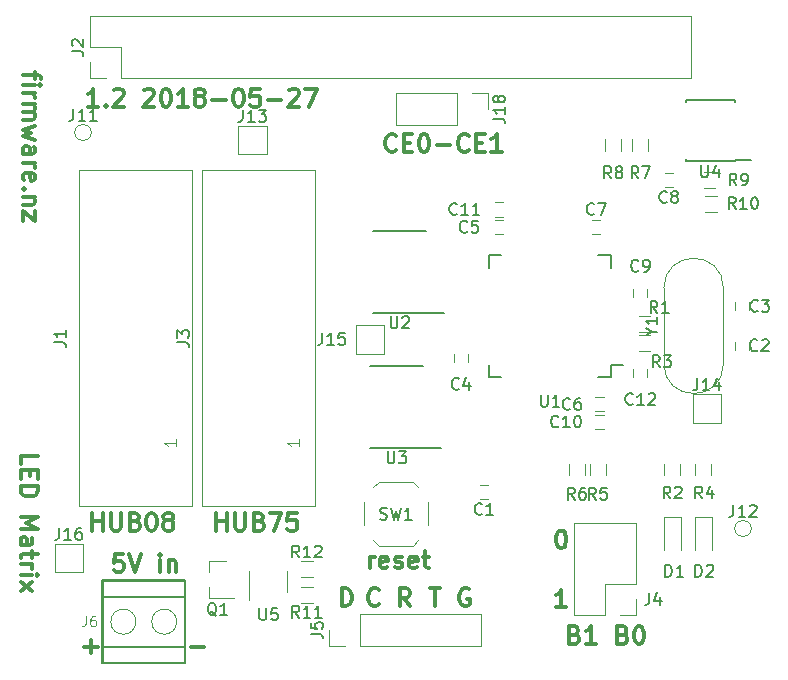
<source format=gto>
G04 #@! TF.FileFunction,Legend,Top*
%FSLAX46Y46*%
G04 Gerber Fmt 4.6, Leading zero omitted, Abs format (unit mm)*
G04 Created by KiCad (PCBNEW 4.0.7-e2-6376~58~ubuntu16.04.1) date Sun May 27 17:23:26 2018*
%MOMM*%
%LPD*%
G01*
G04 APERTURE LIST*
%ADD10C,0.100000*%
%ADD11C,0.300000*%
%ADD12C,0.120000*%
%ADD13C,0.150000*%
%ADD14C,0.066040*%
%ADD15C,0.127000*%
%ADD16C,0.063500*%
%ADD17C,0.101600*%
G04 APERTURE END LIST*
D10*
D11*
X134207144Y-98178571D02*
X133492858Y-98178571D01*
X133421429Y-98892857D01*
X133492858Y-98821429D01*
X133635715Y-98750000D01*
X133992858Y-98750000D01*
X134135715Y-98821429D01*
X134207144Y-98892857D01*
X134278572Y-99035714D01*
X134278572Y-99392857D01*
X134207144Y-99535714D01*
X134135715Y-99607143D01*
X133992858Y-99678571D01*
X133635715Y-99678571D01*
X133492858Y-99607143D01*
X133421429Y-99535714D01*
X134707143Y-98178571D02*
X135207143Y-99678571D01*
X135707143Y-98178571D01*
X137350000Y-99678571D02*
X137350000Y-98678571D01*
X137350000Y-98178571D02*
X137278571Y-98250000D01*
X137350000Y-98321429D01*
X137421428Y-98250000D01*
X137350000Y-98178571D01*
X137350000Y-98321429D01*
X138064286Y-98678571D02*
X138064286Y-99678571D01*
X138064286Y-98821429D02*
X138135714Y-98750000D01*
X138278572Y-98678571D01*
X138492857Y-98678571D01*
X138635714Y-98750000D01*
X138707143Y-98892857D01*
X138707143Y-99678571D01*
X139928572Y-106007143D02*
X141071429Y-106007143D01*
X130928572Y-106007143D02*
X132071429Y-106007143D01*
X131500000Y-106578571D02*
X131500000Y-105435714D01*
X163492857Y-101150000D02*
X163350000Y-101078571D01*
X163135714Y-101078571D01*
X162921429Y-101150000D01*
X162778571Y-101292857D01*
X162707143Y-101435714D01*
X162635714Y-101721429D01*
X162635714Y-101935714D01*
X162707143Y-102221429D01*
X162778571Y-102364286D01*
X162921429Y-102507143D01*
X163135714Y-102578571D01*
X163278571Y-102578571D01*
X163492857Y-102507143D01*
X163564286Y-102435714D01*
X163564286Y-101935714D01*
X163278571Y-101935714D01*
X160171429Y-101078571D02*
X161028572Y-101078571D01*
X160600001Y-102578571D02*
X160600001Y-101078571D01*
X158464286Y-102578571D02*
X157964286Y-101864286D01*
X157607143Y-102578571D02*
X157607143Y-101078571D01*
X158178571Y-101078571D01*
X158321429Y-101150000D01*
X158392857Y-101221429D01*
X158464286Y-101364286D01*
X158464286Y-101578571D01*
X158392857Y-101721429D01*
X158321429Y-101792857D01*
X158178571Y-101864286D01*
X157607143Y-101864286D01*
X155864286Y-102435714D02*
X155792857Y-102507143D01*
X155578571Y-102578571D01*
X155435714Y-102578571D01*
X155221429Y-102507143D01*
X155078571Y-102364286D01*
X155007143Y-102221429D01*
X154935714Y-101935714D01*
X154935714Y-101721429D01*
X155007143Y-101435714D01*
X155078571Y-101292857D01*
X155221429Y-101150000D01*
X155435714Y-101078571D01*
X155578571Y-101078571D01*
X155792857Y-101150000D01*
X155864286Y-101221429D01*
X152707143Y-102578571D02*
X152707143Y-101078571D01*
X153064286Y-101078571D01*
X153278571Y-101150000D01*
X153421429Y-101292857D01*
X153492857Y-101435714D01*
X153564286Y-101721429D01*
X153564286Y-101935714D01*
X153492857Y-102221429D01*
X153421429Y-102364286D01*
X153278571Y-102507143D01*
X153064286Y-102578571D01*
X152707143Y-102578571D01*
X126721429Y-57378571D02*
X126721429Y-57950000D01*
X125721429Y-57592857D02*
X127007143Y-57592857D01*
X127150000Y-57664285D01*
X127221429Y-57807143D01*
X127221429Y-57950000D01*
X125721429Y-58450000D02*
X126721429Y-58450000D01*
X127221429Y-58450000D02*
X127150000Y-58378571D01*
X127078571Y-58450000D01*
X127150000Y-58521428D01*
X127221429Y-58450000D01*
X127078571Y-58450000D01*
X125721429Y-59164286D02*
X126721429Y-59164286D01*
X126435714Y-59164286D02*
X126578571Y-59235714D01*
X126650000Y-59307143D01*
X126721429Y-59450000D01*
X126721429Y-59592857D01*
X125721429Y-60092857D02*
X126721429Y-60092857D01*
X126578571Y-60092857D02*
X126650000Y-60164285D01*
X126721429Y-60307143D01*
X126721429Y-60521428D01*
X126650000Y-60664285D01*
X126507143Y-60735714D01*
X125721429Y-60735714D01*
X126507143Y-60735714D02*
X126650000Y-60807143D01*
X126721429Y-60950000D01*
X126721429Y-61164285D01*
X126650000Y-61307143D01*
X126507143Y-61378571D01*
X125721429Y-61378571D01*
X126721429Y-61950000D02*
X125721429Y-62235714D01*
X126435714Y-62521428D01*
X125721429Y-62807143D01*
X126721429Y-63092857D01*
X125721429Y-64307143D02*
X126507143Y-64307143D01*
X126650000Y-64235714D01*
X126721429Y-64092857D01*
X126721429Y-63807143D01*
X126650000Y-63664286D01*
X125792857Y-64307143D02*
X125721429Y-64164286D01*
X125721429Y-63807143D01*
X125792857Y-63664286D01*
X125935714Y-63592857D01*
X126078571Y-63592857D01*
X126221429Y-63664286D01*
X126292857Y-63807143D01*
X126292857Y-64164286D01*
X126364286Y-64307143D01*
X125721429Y-65021429D02*
X126721429Y-65021429D01*
X126435714Y-65021429D02*
X126578571Y-65092857D01*
X126650000Y-65164286D01*
X126721429Y-65307143D01*
X126721429Y-65450000D01*
X125792857Y-66521428D02*
X125721429Y-66378571D01*
X125721429Y-66092857D01*
X125792857Y-65950000D01*
X125935714Y-65878571D01*
X126507143Y-65878571D01*
X126650000Y-65950000D01*
X126721429Y-66092857D01*
X126721429Y-66378571D01*
X126650000Y-66521428D01*
X126507143Y-66592857D01*
X126364286Y-66592857D01*
X126221429Y-65878571D01*
X125864286Y-67235714D02*
X125792857Y-67307142D01*
X125721429Y-67235714D01*
X125792857Y-67164285D01*
X125864286Y-67235714D01*
X125721429Y-67235714D01*
X126721429Y-67950000D02*
X125721429Y-67950000D01*
X126578571Y-67950000D02*
X126650000Y-68021428D01*
X126721429Y-68164286D01*
X126721429Y-68378571D01*
X126650000Y-68521428D01*
X126507143Y-68592857D01*
X125721429Y-68592857D01*
X126721429Y-69164286D02*
X126721429Y-69950000D01*
X125721429Y-69164286D01*
X125721429Y-69950000D01*
X155071429Y-99378571D02*
X155071429Y-98378571D01*
X155071429Y-98664286D02*
X155142857Y-98521429D01*
X155214286Y-98450000D01*
X155357143Y-98378571D01*
X155500000Y-98378571D01*
X156571428Y-99307143D02*
X156428571Y-99378571D01*
X156142857Y-99378571D01*
X156000000Y-99307143D01*
X155928571Y-99164286D01*
X155928571Y-98592857D01*
X156000000Y-98450000D01*
X156142857Y-98378571D01*
X156428571Y-98378571D01*
X156571428Y-98450000D01*
X156642857Y-98592857D01*
X156642857Y-98735714D01*
X155928571Y-98878571D01*
X157214285Y-99307143D02*
X157357142Y-99378571D01*
X157642857Y-99378571D01*
X157785714Y-99307143D01*
X157857142Y-99164286D01*
X157857142Y-99092857D01*
X157785714Y-98950000D01*
X157642857Y-98878571D01*
X157428571Y-98878571D01*
X157285714Y-98807143D01*
X157214285Y-98664286D01*
X157214285Y-98592857D01*
X157285714Y-98450000D01*
X157428571Y-98378571D01*
X157642857Y-98378571D01*
X157785714Y-98450000D01*
X159071428Y-99307143D02*
X158928571Y-99378571D01*
X158642857Y-99378571D01*
X158500000Y-99307143D01*
X158428571Y-99164286D01*
X158428571Y-98592857D01*
X158500000Y-98450000D01*
X158642857Y-98378571D01*
X158928571Y-98378571D01*
X159071428Y-98450000D01*
X159142857Y-98592857D01*
X159142857Y-98735714D01*
X158428571Y-98878571D01*
X159571428Y-98378571D02*
X160142857Y-98378571D01*
X159785714Y-97878571D02*
X159785714Y-99164286D01*
X159857142Y-99307143D01*
X160000000Y-99378571D01*
X160142857Y-99378571D01*
X171228572Y-96178571D02*
X171371429Y-96178571D01*
X171514286Y-96250000D01*
X171585715Y-96321429D01*
X171657144Y-96464286D01*
X171728572Y-96750000D01*
X171728572Y-97107143D01*
X171657144Y-97392857D01*
X171585715Y-97535714D01*
X171514286Y-97607143D01*
X171371429Y-97678571D01*
X171228572Y-97678571D01*
X171085715Y-97607143D01*
X171014286Y-97535714D01*
X170942858Y-97392857D01*
X170871429Y-97107143D01*
X170871429Y-96750000D01*
X170942858Y-96464286D01*
X171014286Y-96321429D01*
X171085715Y-96250000D01*
X171228572Y-96178571D01*
X171728572Y-102678571D02*
X170871429Y-102678571D01*
X171300001Y-102678571D02*
X171300001Y-101178571D01*
X171157144Y-101392857D01*
X171014286Y-101535714D01*
X170871429Y-101607143D01*
X172457144Y-104992857D02*
X172671430Y-105064286D01*
X172742858Y-105135714D01*
X172814287Y-105278571D01*
X172814287Y-105492857D01*
X172742858Y-105635714D01*
X172671430Y-105707143D01*
X172528572Y-105778571D01*
X171957144Y-105778571D01*
X171957144Y-104278571D01*
X172457144Y-104278571D01*
X172600001Y-104350000D01*
X172671430Y-104421429D01*
X172742858Y-104564286D01*
X172742858Y-104707143D01*
X172671430Y-104850000D01*
X172600001Y-104921429D01*
X172457144Y-104992857D01*
X171957144Y-104992857D01*
X174242858Y-105778571D02*
X173385715Y-105778571D01*
X173814287Y-105778571D02*
X173814287Y-104278571D01*
X173671430Y-104492857D01*
X173528572Y-104635714D01*
X173385715Y-104707143D01*
X176528572Y-104992857D02*
X176742858Y-105064286D01*
X176814286Y-105135714D01*
X176885715Y-105278571D01*
X176885715Y-105492857D01*
X176814286Y-105635714D01*
X176742858Y-105707143D01*
X176600000Y-105778571D01*
X176028572Y-105778571D01*
X176028572Y-104278571D01*
X176528572Y-104278571D01*
X176671429Y-104350000D01*
X176742858Y-104421429D01*
X176814286Y-104564286D01*
X176814286Y-104707143D01*
X176742858Y-104850000D01*
X176671429Y-104921429D01*
X176528572Y-104992857D01*
X176028572Y-104992857D01*
X177814286Y-104278571D02*
X177957143Y-104278571D01*
X178100000Y-104350000D01*
X178171429Y-104421429D01*
X178242858Y-104564286D01*
X178314286Y-104850000D01*
X178314286Y-105207143D01*
X178242858Y-105492857D01*
X178171429Y-105635714D01*
X178100000Y-105707143D01*
X177957143Y-105778571D01*
X177814286Y-105778571D01*
X177671429Y-105707143D01*
X177600000Y-105635714D01*
X177528572Y-105492857D01*
X177457143Y-105207143D01*
X177457143Y-104850000D01*
X177528572Y-104564286D01*
X177600000Y-104421429D01*
X177671429Y-104350000D01*
X177814286Y-104278571D01*
X125521429Y-90571429D02*
X125521429Y-89857143D01*
X127021429Y-89857143D01*
X126307143Y-91071429D02*
X126307143Y-91571429D01*
X125521429Y-91785715D02*
X125521429Y-91071429D01*
X127021429Y-91071429D01*
X127021429Y-91785715D01*
X125521429Y-92428572D02*
X127021429Y-92428572D01*
X127021429Y-92785715D01*
X126950000Y-93000000D01*
X126807143Y-93142858D01*
X126664286Y-93214286D01*
X126378571Y-93285715D01*
X126164286Y-93285715D01*
X125878571Y-93214286D01*
X125735714Y-93142858D01*
X125592857Y-93000000D01*
X125521429Y-92785715D01*
X125521429Y-92428572D01*
X125521429Y-95071429D02*
X127021429Y-95071429D01*
X125950000Y-95571429D01*
X127021429Y-96071429D01*
X125521429Y-96071429D01*
X125521429Y-97428572D02*
X126307143Y-97428572D01*
X126450000Y-97357143D01*
X126521429Y-97214286D01*
X126521429Y-96928572D01*
X126450000Y-96785715D01*
X125592857Y-97428572D02*
X125521429Y-97285715D01*
X125521429Y-96928572D01*
X125592857Y-96785715D01*
X125735714Y-96714286D01*
X125878571Y-96714286D01*
X126021429Y-96785715D01*
X126092857Y-96928572D01*
X126092857Y-97285715D01*
X126164286Y-97428572D01*
X126521429Y-97928572D02*
X126521429Y-98500001D01*
X127021429Y-98142858D02*
X125735714Y-98142858D01*
X125592857Y-98214286D01*
X125521429Y-98357144D01*
X125521429Y-98500001D01*
X125521429Y-99000001D02*
X126521429Y-99000001D01*
X126235714Y-99000001D02*
X126378571Y-99071429D01*
X126450000Y-99142858D01*
X126521429Y-99285715D01*
X126521429Y-99428572D01*
X125521429Y-99928572D02*
X126521429Y-99928572D01*
X127021429Y-99928572D02*
X126950000Y-99857143D01*
X126878571Y-99928572D01*
X126950000Y-100000000D01*
X127021429Y-99928572D01*
X126878571Y-99928572D01*
X125521429Y-100500001D02*
X126521429Y-101285715D01*
X126521429Y-100500001D02*
X125521429Y-101285715D01*
X157320001Y-63985714D02*
X157248572Y-64057143D01*
X157034286Y-64128571D01*
X156891429Y-64128571D01*
X156677144Y-64057143D01*
X156534286Y-63914286D01*
X156462858Y-63771429D01*
X156391429Y-63485714D01*
X156391429Y-63271429D01*
X156462858Y-62985714D01*
X156534286Y-62842857D01*
X156677144Y-62700000D01*
X156891429Y-62628571D01*
X157034286Y-62628571D01*
X157248572Y-62700000D01*
X157320001Y-62771429D01*
X157962858Y-63342857D02*
X158462858Y-63342857D01*
X158677144Y-64128571D02*
X157962858Y-64128571D01*
X157962858Y-62628571D01*
X158677144Y-62628571D01*
X159605715Y-62628571D02*
X159748572Y-62628571D01*
X159891429Y-62700000D01*
X159962858Y-62771429D01*
X160034287Y-62914286D01*
X160105715Y-63200000D01*
X160105715Y-63557143D01*
X160034287Y-63842857D01*
X159962858Y-63985714D01*
X159891429Y-64057143D01*
X159748572Y-64128571D01*
X159605715Y-64128571D01*
X159462858Y-64057143D01*
X159391429Y-63985714D01*
X159320001Y-63842857D01*
X159248572Y-63557143D01*
X159248572Y-63200000D01*
X159320001Y-62914286D01*
X159391429Y-62771429D01*
X159462858Y-62700000D01*
X159605715Y-62628571D01*
X160748572Y-63557143D02*
X161891429Y-63557143D01*
X163462858Y-63985714D02*
X163391429Y-64057143D01*
X163177143Y-64128571D01*
X163034286Y-64128571D01*
X162820001Y-64057143D01*
X162677143Y-63914286D01*
X162605715Y-63771429D01*
X162534286Y-63485714D01*
X162534286Y-63271429D01*
X162605715Y-62985714D01*
X162677143Y-62842857D01*
X162820001Y-62700000D01*
X163034286Y-62628571D01*
X163177143Y-62628571D01*
X163391429Y-62700000D01*
X163462858Y-62771429D01*
X164105715Y-63342857D02*
X164605715Y-63342857D01*
X164820001Y-64128571D02*
X164105715Y-64128571D01*
X164105715Y-62628571D01*
X164820001Y-62628571D01*
X166248572Y-64128571D02*
X165391429Y-64128571D01*
X165820001Y-64128571D02*
X165820001Y-62628571D01*
X165677144Y-62842857D01*
X165534286Y-62985714D01*
X165391429Y-63057143D01*
X142107143Y-96178571D02*
X142107143Y-94678571D01*
X142107143Y-95392857D02*
X142964286Y-95392857D01*
X142964286Y-96178571D02*
X142964286Y-94678571D01*
X143678572Y-94678571D02*
X143678572Y-95892857D01*
X143750000Y-96035714D01*
X143821429Y-96107143D01*
X143964286Y-96178571D01*
X144250000Y-96178571D01*
X144392858Y-96107143D01*
X144464286Y-96035714D01*
X144535715Y-95892857D01*
X144535715Y-94678571D01*
X145750001Y-95392857D02*
X145964287Y-95464286D01*
X146035715Y-95535714D01*
X146107144Y-95678571D01*
X146107144Y-95892857D01*
X146035715Y-96035714D01*
X145964287Y-96107143D01*
X145821429Y-96178571D01*
X145250001Y-96178571D01*
X145250001Y-94678571D01*
X145750001Y-94678571D01*
X145892858Y-94750000D01*
X145964287Y-94821429D01*
X146035715Y-94964286D01*
X146035715Y-95107143D01*
X145964287Y-95250000D01*
X145892858Y-95321429D01*
X145750001Y-95392857D01*
X145250001Y-95392857D01*
X146607144Y-94678571D02*
X147607144Y-94678571D01*
X146964287Y-96178571D01*
X148892858Y-94678571D02*
X148178572Y-94678571D01*
X148107143Y-95392857D01*
X148178572Y-95321429D01*
X148321429Y-95250000D01*
X148678572Y-95250000D01*
X148821429Y-95321429D01*
X148892858Y-95392857D01*
X148964286Y-95535714D01*
X148964286Y-95892857D01*
X148892858Y-96035714D01*
X148821429Y-96107143D01*
X148678572Y-96178571D01*
X148321429Y-96178571D01*
X148178572Y-96107143D01*
X148107143Y-96035714D01*
X131607143Y-96178571D02*
X131607143Y-94678571D01*
X131607143Y-95392857D02*
X132464286Y-95392857D01*
X132464286Y-96178571D02*
X132464286Y-94678571D01*
X133178572Y-94678571D02*
X133178572Y-95892857D01*
X133250000Y-96035714D01*
X133321429Y-96107143D01*
X133464286Y-96178571D01*
X133750000Y-96178571D01*
X133892858Y-96107143D01*
X133964286Y-96035714D01*
X134035715Y-95892857D01*
X134035715Y-94678571D01*
X135250001Y-95392857D02*
X135464287Y-95464286D01*
X135535715Y-95535714D01*
X135607144Y-95678571D01*
X135607144Y-95892857D01*
X135535715Y-96035714D01*
X135464287Y-96107143D01*
X135321429Y-96178571D01*
X134750001Y-96178571D01*
X134750001Y-94678571D01*
X135250001Y-94678571D01*
X135392858Y-94750000D01*
X135464287Y-94821429D01*
X135535715Y-94964286D01*
X135535715Y-95107143D01*
X135464287Y-95250000D01*
X135392858Y-95321429D01*
X135250001Y-95392857D01*
X134750001Y-95392857D01*
X136535715Y-94678571D02*
X136678572Y-94678571D01*
X136821429Y-94750000D01*
X136892858Y-94821429D01*
X136964287Y-94964286D01*
X137035715Y-95250000D01*
X137035715Y-95607143D01*
X136964287Y-95892857D01*
X136892858Y-96035714D01*
X136821429Y-96107143D01*
X136678572Y-96178571D01*
X136535715Y-96178571D01*
X136392858Y-96107143D01*
X136321429Y-96035714D01*
X136250001Y-95892857D01*
X136178572Y-95607143D01*
X136178572Y-95250000D01*
X136250001Y-94964286D01*
X136321429Y-94821429D01*
X136392858Y-94750000D01*
X136535715Y-94678571D01*
X137892858Y-95321429D02*
X137750000Y-95250000D01*
X137678572Y-95178571D01*
X137607143Y-95035714D01*
X137607143Y-94964286D01*
X137678572Y-94821429D01*
X137750000Y-94750000D01*
X137892858Y-94678571D01*
X138178572Y-94678571D01*
X138321429Y-94750000D01*
X138392858Y-94821429D01*
X138464286Y-94964286D01*
X138464286Y-95035714D01*
X138392858Y-95178571D01*
X138321429Y-95250000D01*
X138178572Y-95321429D01*
X137892858Y-95321429D01*
X137750000Y-95392857D01*
X137678572Y-95464286D01*
X137607143Y-95607143D01*
X137607143Y-95892857D01*
X137678572Y-96035714D01*
X137750000Y-96107143D01*
X137892858Y-96178571D01*
X138178572Y-96178571D01*
X138321429Y-96107143D01*
X138392858Y-96035714D01*
X138464286Y-95892857D01*
X138464286Y-95607143D01*
X138392858Y-95464286D01*
X138321429Y-95392857D01*
X138178572Y-95321429D01*
X132114288Y-60278571D02*
X131257145Y-60278571D01*
X131685717Y-60278571D02*
X131685717Y-58778571D01*
X131542860Y-58992857D01*
X131400002Y-59135714D01*
X131257145Y-59207143D01*
X132757145Y-60135714D02*
X132828573Y-60207143D01*
X132757145Y-60278571D01*
X132685716Y-60207143D01*
X132757145Y-60135714D01*
X132757145Y-60278571D01*
X133400002Y-58921429D02*
X133471431Y-58850000D01*
X133614288Y-58778571D01*
X133971431Y-58778571D01*
X134114288Y-58850000D01*
X134185717Y-58921429D01*
X134257145Y-59064286D01*
X134257145Y-59207143D01*
X134185717Y-59421429D01*
X133328574Y-60278571D01*
X134257145Y-60278571D01*
X135971430Y-58921429D02*
X136042859Y-58850000D01*
X136185716Y-58778571D01*
X136542859Y-58778571D01*
X136685716Y-58850000D01*
X136757145Y-58921429D01*
X136828573Y-59064286D01*
X136828573Y-59207143D01*
X136757145Y-59421429D01*
X135900002Y-60278571D01*
X136828573Y-60278571D01*
X137757144Y-58778571D02*
X137900001Y-58778571D01*
X138042858Y-58850000D01*
X138114287Y-58921429D01*
X138185716Y-59064286D01*
X138257144Y-59350000D01*
X138257144Y-59707143D01*
X138185716Y-59992857D01*
X138114287Y-60135714D01*
X138042858Y-60207143D01*
X137900001Y-60278571D01*
X137757144Y-60278571D01*
X137614287Y-60207143D01*
X137542858Y-60135714D01*
X137471430Y-59992857D01*
X137400001Y-59707143D01*
X137400001Y-59350000D01*
X137471430Y-59064286D01*
X137542858Y-58921429D01*
X137614287Y-58850000D01*
X137757144Y-58778571D01*
X139685715Y-60278571D02*
X138828572Y-60278571D01*
X139257144Y-60278571D02*
X139257144Y-58778571D01*
X139114287Y-58992857D01*
X138971429Y-59135714D01*
X138828572Y-59207143D01*
X140542858Y-59421429D02*
X140400000Y-59350000D01*
X140328572Y-59278571D01*
X140257143Y-59135714D01*
X140257143Y-59064286D01*
X140328572Y-58921429D01*
X140400000Y-58850000D01*
X140542858Y-58778571D01*
X140828572Y-58778571D01*
X140971429Y-58850000D01*
X141042858Y-58921429D01*
X141114286Y-59064286D01*
X141114286Y-59135714D01*
X141042858Y-59278571D01*
X140971429Y-59350000D01*
X140828572Y-59421429D01*
X140542858Y-59421429D01*
X140400000Y-59492857D01*
X140328572Y-59564286D01*
X140257143Y-59707143D01*
X140257143Y-59992857D01*
X140328572Y-60135714D01*
X140400000Y-60207143D01*
X140542858Y-60278571D01*
X140828572Y-60278571D01*
X140971429Y-60207143D01*
X141042858Y-60135714D01*
X141114286Y-59992857D01*
X141114286Y-59707143D01*
X141042858Y-59564286D01*
X140971429Y-59492857D01*
X140828572Y-59421429D01*
X141757143Y-59707143D02*
X142900000Y-59707143D01*
X143900000Y-58778571D02*
X144042857Y-58778571D01*
X144185714Y-58850000D01*
X144257143Y-58921429D01*
X144328572Y-59064286D01*
X144400000Y-59350000D01*
X144400000Y-59707143D01*
X144328572Y-59992857D01*
X144257143Y-60135714D01*
X144185714Y-60207143D01*
X144042857Y-60278571D01*
X143900000Y-60278571D01*
X143757143Y-60207143D01*
X143685714Y-60135714D01*
X143614286Y-59992857D01*
X143542857Y-59707143D01*
X143542857Y-59350000D01*
X143614286Y-59064286D01*
X143685714Y-58921429D01*
X143757143Y-58850000D01*
X143900000Y-58778571D01*
X145757143Y-58778571D02*
X145042857Y-58778571D01*
X144971428Y-59492857D01*
X145042857Y-59421429D01*
X145185714Y-59350000D01*
X145542857Y-59350000D01*
X145685714Y-59421429D01*
X145757143Y-59492857D01*
X145828571Y-59635714D01*
X145828571Y-59992857D01*
X145757143Y-60135714D01*
X145685714Y-60207143D01*
X145542857Y-60278571D01*
X145185714Y-60278571D01*
X145042857Y-60207143D01*
X144971428Y-60135714D01*
X146471428Y-59707143D02*
X147614285Y-59707143D01*
X148257142Y-58921429D02*
X148328571Y-58850000D01*
X148471428Y-58778571D01*
X148828571Y-58778571D01*
X148971428Y-58850000D01*
X149042857Y-58921429D01*
X149114285Y-59064286D01*
X149114285Y-59207143D01*
X149042857Y-59421429D01*
X148185714Y-60278571D01*
X149114285Y-60278571D01*
X149614285Y-58778571D02*
X150614285Y-58778571D01*
X149971428Y-60278571D01*
D12*
X182305000Y-57845000D02*
X182305000Y-52645000D01*
X133985000Y-57845000D02*
X182305000Y-57845000D01*
X131385000Y-52645000D02*
X182305000Y-52645000D01*
X133985000Y-57845000D02*
X133985000Y-55245000D01*
X133985000Y-55245000D02*
X131385000Y-55245000D01*
X131385000Y-55245000D02*
X131385000Y-52645000D01*
X132715000Y-57845000D02*
X131385000Y-57845000D01*
X131385000Y-57845000D02*
X131385000Y-56515000D01*
X130455000Y-94103000D02*
X130455000Y-65663000D01*
X130455000Y-65663000D02*
X140055000Y-65663000D01*
X140055000Y-65663000D02*
X140055000Y-94103000D01*
X140055000Y-94103000D02*
X130455000Y-94103000D01*
X181421000Y-95058000D02*
X180021000Y-95058000D01*
X180021000Y-95058000D02*
X180021000Y-97858000D01*
X181421000Y-95058000D02*
X181421000Y-97858000D01*
X184062600Y-95058000D02*
X182662600Y-95058000D01*
X182662600Y-95058000D02*
X182662600Y-97858000D01*
X184062600Y-95058000D02*
X184062600Y-97858000D01*
X140869000Y-94103000D02*
X140869000Y-65663000D01*
X140869000Y-65663000D02*
X150469000Y-65663000D01*
X150469000Y-65663000D02*
X150469000Y-94103000D01*
X150469000Y-94103000D02*
X140869000Y-94103000D01*
X177606000Y-95571000D02*
X172406000Y-95571000D01*
X177606000Y-100711000D02*
X177606000Y-95571000D01*
X172406000Y-103311000D02*
X172406000Y-95571000D01*
X177606000Y-100711000D02*
X175006000Y-100711000D01*
X175006000Y-100711000D02*
X175006000Y-103311000D01*
X175006000Y-103311000D02*
X172406000Y-103311000D01*
X177606000Y-101981000D02*
X177606000Y-103311000D01*
X177606000Y-103311000D02*
X176276000Y-103311000D01*
D13*
X159832000Y-70845000D02*
X155382000Y-70845000D01*
X161357000Y-77745000D02*
X155382000Y-77745000D01*
X159578000Y-82275000D02*
X155128000Y-82275000D01*
X161103000Y-89175000D02*
X155128000Y-89175000D01*
D12*
X179986700Y-82052700D02*
X179986700Y-75652700D01*
X185036700Y-82052700D02*
X185036700Y-75652700D01*
X185036700Y-82052700D02*
G75*
G02X179986700Y-82052700I-2525000J0D01*
G01*
X185036700Y-75652700D02*
G75*
G03X179986700Y-75652700I-2525000J0D01*
G01*
D13*
X185975000Y-64881200D02*
X185975000Y-64831200D01*
X181825000Y-64881200D02*
X181825000Y-64736200D01*
X181825000Y-59731200D02*
X181825000Y-59876200D01*
X185975000Y-59731200D02*
X185975000Y-59876200D01*
X185975000Y-64881200D02*
X181825000Y-64881200D01*
X185975000Y-59731200D02*
X181825000Y-59731200D01*
X185975000Y-64831200D02*
X187375000Y-64831200D01*
D12*
X131510000Y-62484000D02*
G75*
G03X131510000Y-62484000I-700000J0D01*
G01*
X187390000Y-96012000D02*
G75*
G03X187390000Y-96012000I-700000J0D01*
G01*
X143961000Y-61919000D02*
X146361000Y-61919000D01*
X146361000Y-61919000D02*
X146361000Y-64319000D01*
X146361000Y-64319000D02*
X143961000Y-64319000D01*
X143961000Y-64319000D02*
X143961000Y-61919000D01*
X182442000Y-84652000D02*
X184842000Y-84652000D01*
X184842000Y-84652000D02*
X184842000Y-87052000D01*
X184842000Y-87052000D02*
X182442000Y-87052000D01*
X182442000Y-87052000D02*
X182442000Y-84652000D01*
X153900000Y-78800000D02*
X156300000Y-78800000D01*
X156300000Y-78800000D02*
X156300000Y-81200000D01*
X156300000Y-81200000D02*
X153900000Y-81200000D01*
X153900000Y-81200000D02*
X153900000Y-78800000D01*
X128400000Y-97300000D02*
X130800000Y-97300000D01*
X130800000Y-97300000D02*
X130800000Y-99700000D01*
X130800000Y-99700000D02*
X128400000Y-99700000D01*
X128400000Y-99700000D02*
X128400000Y-97300000D01*
X157340000Y-59170000D02*
X157340000Y-61830000D01*
X162480000Y-59170000D02*
X157340000Y-59170000D01*
X162480000Y-61830000D02*
X157340000Y-61830000D01*
X162480000Y-59170000D02*
X162480000Y-61830000D01*
X163750000Y-59170000D02*
X165080000Y-59170000D01*
X165080000Y-59170000D02*
X165080000Y-60500000D01*
D13*
X175515000Y-83205000D02*
X175515000Y-82205000D01*
X165165000Y-83205000D02*
X165165000Y-82130000D01*
X165165000Y-72855000D02*
X165165000Y-73930000D01*
X175515000Y-72855000D02*
X175515000Y-73930000D01*
X175515000Y-83205000D02*
X174440000Y-83205000D01*
X175515000Y-72855000D02*
X174440000Y-72855000D01*
X165165000Y-72855000D02*
X166240000Y-72855000D01*
X165165000Y-83205000D02*
X166240000Y-83205000D01*
X175515000Y-82205000D02*
X176540000Y-82205000D01*
D12*
X164400000Y-92300000D02*
X165100000Y-92300000D01*
X165100000Y-93500000D02*
X164400000Y-93500000D01*
X185980000Y-80890000D02*
X185980000Y-80190000D01*
X187180000Y-80190000D02*
X187180000Y-80890000D01*
X187180000Y-76820000D02*
X187180000Y-77520000D01*
X185980000Y-77520000D02*
X185980000Y-76820000D01*
X163410000Y-81210000D02*
X163410000Y-81910000D01*
X162210000Y-81910000D02*
X162210000Y-81210000D01*
X166400000Y-71090000D02*
X165700000Y-71090000D01*
X165700000Y-69890000D02*
X166400000Y-69890000D01*
X174200000Y-84900000D02*
X174900000Y-84900000D01*
X174900000Y-86100000D02*
X174200000Y-86100000D01*
X174600000Y-71100000D02*
X173900000Y-71100000D01*
X173900000Y-69900000D02*
X174600000Y-69900000D01*
X180100000Y-65900000D02*
X180800000Y-65900000D01*
X180800000Y-67100000D02*
X180100000Y-67100000D01*
X181375600Y-90512000D02*
X181375600Y-91512000D01*
X180015600Y-91512000D02*
X180015600Y-90512000D01*
X178850000Y-80980000D02*
X177850000Y-80980000D01*
X177850000Y-79620000D02*
X178850000Y-79620000D01*
X184017200Y-90512000D02*
X184017200Y-91512000D01*
X182657200Y-91512000D02*
X182657200Y-90512000D01*
X175080000Y-90512000D02*
X175080000Y-91512000D01*
X173720000Y-91512000D02*
X173720000Y-90512000D01*
X171920000Y-91512000D02*
X171920000Y-90512000D01*
X173280000Y-90512000D02*
X173280000Y-91512000D01*
X178680000Y-63050000D02*
X178680000Y-64050000D01*
X177320000Y-64050000D02*
X177320000Y-63050000D01*
X176380000Y-63050000D02*
X176380000Y-64050000D01*
X175020000Y-64050000D02*
X175020000Y-63050000D01*
X184350000Y-67180000D02*
X183350000Y-67180000D01*
X183350000Y-65820000D02*
X184350000Y-65820000D01*
X184450000Y-69180000D02*
X183450000Y-69180000D01*
X183450000Y-67820000D02*
X184450000Y-67820000D01*
X158750000Y-97450000D02*
X155850000Y-97450000D01*
X159200000Y-97000000D02*
X158750000Y-97450000D01*
X160000000Y-93750000D02*
X160000000Y-95750000D01*
X158750000Y-92050000D02*
X159200000Y-92500000D01*
X155850000Y-92050000D02*
X158750000Y-92050000D01*
X155400000Y-92500000D02*
X155850000Y-92050000D01*
X154600000Y-95750000D02*
X154600000Y-93750000D01*
X155850000Y-97450000D02*
X155400000Y-97000000D01*
X177400000Y-76400000D02*
X177400000Y-75700000D01*
X178600000Y-75700000D02*
X178600000Y-76400000D01*
X174200000Y-86400000D02*
X174900000Y-86400000D01*
X174900000Y-87600000D02*
X174200000Y-87600000D01*
X165700000Y-68400000D02*
X166400000Y-68400000D01*
X166400000Y-69600000D02*
X165700000Y-69600000D01*
X177400000Y-83200000D02*
X177400000Y-82500000D01*
X178600000Y-82500000D02*
X178600000Y-83200000D01*
D14*
X132523480Y-107329000D02*
X139381480Y-107329000D01*
X139381480Y-107329000D02*
X139381480Y-100471000D01*
X132523480Y-100471000D02*
X139381480Y-100471000D01*
X132523480Y-107329000D02*
X132523480Y-100471000D01*
D15*
X132454900Y-100402420D02*
X139450060Y-100402420D01*
X139450060Y-100402420D02*
X139450060Y-101801960D01*
X139450060Y-101801960D02*
X139450060Y-105998040D01*
X139450060Y-105998040D02*
X139450060Y-107397580D01*
X139450060Y-107397580D02*
X132454900Y-107397580D01*
X132454900Y-107397580D02*
X132454900Y-105998040D01*
X132454900Y-105998040D02*
X132454900Y-101801960D01*
X132454900Y-101801960D02*
X132454900Y-100402420D01*
X132454900Y-101801960D02*
X139450060Y-101801960D01*
X132454900Y-105998040D02*
X139450060Y-105998040D01*
D16*
X135282410Y-103900000D02*
G75*
G03X135282410Y-103900000I-1059670J0D01*
G01*
X138741890Y-103900000D02*
G75*
G03X138741890Y-103900000I-1059670J0D01*
G01*
D12*
X178850000Y-79380000D02*
X177850000Y-79380000D01*
X177850000Y-78020000D02*
X178850000Y-78020000D01*
X164470000Y-105930000D02*
X164470000Y-103270000D01*
X154250000Y-105930000D02*
X164470000Y-105930000D01*
X154250000Y-103270000D02*
X164470000Y-103270000D01*
X154250000Y-105930000D02*
X154250000Y-103270000D01*
X152980000Y-105930000D02*
X151650000Y-105930000D01*
X151650000Y-105930000D02*
X151650000Y-104600000D01*
X141440000Y-98770000D02*
X141440000Y-99700000D01*
X141440000Y-101930000D02*
X141440000Y-101000000D01*
X141440000Y-101930000D02*
X143600000Y-101930000D01*
X141440000Y-98770000D02*
X142900000Y-98770000D01*
X150250000Y-102280000D02*
X149250000Y-102280000D01*
X149250000Y-100920000D02*
X150250000Y-100920000D01*
X150250000Y-100080000D02*
X149250000Y-100080000D01*
X149250000Y-98720000D02*
X150250000Y-98720000D01*
X148110000Y-101400000D02*
X148110000Y-99600000D01*
X144890000Y-99600000D02*
X144890000Y-102050000D01*
D13*
X129837381Y-55578333D02*
X130551667Y-55578333D01*
X130694524Y-55625953D01*
X130789762Y-55721191D01*
X130837381Y-55864048D01*
X130837381Y-55959286D01*
X129932619Y-55149762D02*
X129885000Y-55102143D01*
X129837381Y-55006905D01*
X129837381Y-54768809D01*
X129885000Y-54673571D01*
X129932619Y-54625952D01*
X130027857Y-54578333D01*
X130123095Y-54578333D01*
X130265952Y-54625952D01*
X130837381Y-55197381D01*
X130837381Y-54578333D01*
X128357381Y-80216333D02*
X129071667Y-80216333D01*
X129214524Y-80263953D01*
X129309762Y-80359191D01*
X129357381Y-80502048D01*
X129357381Y-80597286D01*
X129357381Y-79216333D02*
X129357381Y-79787762D01*
X129357381Y-79502048D02*
X128357381Y-79502048D01*
X128500238Y-79597286D01*
X128595476Y-79692524D01*
X128643095Y-79787762D01*
D12*
X138697381Y-88467285D02*
X138697381Y-89038714D01*
X138697381Y-88753000D02*
X137697381Y-88753000D01*
X137840238Y-88848238D01*
X137935476Y-88943476D01*
X137983095Y-89038714D01*
D13*
X180109905Y-100083881D02*
X180109905Y-99083881D01*
X180348000Y-99083881D01*
X180490858Y-99131500D01*
X180586096Y-99226738D01*
X180633715Y-99321976D01*
X180681334Y-99512452D01*
X180681334Y-99655310D01*
X180633715Y-99845786D01*
X180586096Y-99941024D01*
X180490858Y-100036262D01*
X180348000Y-100083881D01*
X180109905Y-100083881D01*
X181633715Y-100083881D02*
X181062286Y-100083881D01*
X181348000Y-100083881D02*
X181348000Y-99083881D01*
X181252762Y-99226738D01*
X181157524Y-99321976D01*
X181062286Y-99369595D01*
X182649905Y-100083881D02*
X182649905Y-99083881D01*
X182888000Y-99083881D01*
X183030858Y-99131500D01*
X183126096Y-99226738D01*
X183173715Y-99321976D01*
X183221334Y-99512452D01*
X183221334Y-99655310D01*
X183173715Y-99845786D01*
X183126096Y-99941024D01*
X183030858Y-100036262D01*
X182888000Y-100083881D01*
X182649905Y-100083881D01*
X183602286Y-99179119D02*
X183649905Y-99131500D01*
X183745143Y-99083881D01*
X183983239Y-99083881D01*
X184078477Y-99131500D01*
X184126096Y-99179119D01*
X184173715Y-99274357D01*
X184173715Y-99369595D01*
X184126096Y-99512452D01*
X183554667Y-100083881D01*
X184173715Y-100083881D01*
X138771381Y-80216333D02*
X139485667Y-80216333D01*
X139628524Y-80263953D01*
X139723762Y-80359191D01*
X139771381Y-80502048D01*
X139771381Y-80597286D01*
X138771381Y-79835381D02*
X138771381Y-79216333D01*
X139152333Y-79549667D01*
X139152333Y-79406809D01*
X139199952Y-79311571D01*
X139247571Y-79263952D01*
X139342810Y-79216333D01*
X139580905Y-79216333D01*
X139676143Y-79263952D01*
X139723762Y-79311571D01*
X139771381Y-79406809D01*
X139771381Y-79692524D01*
X139723762Y-79787762D01*
X139676143Y-79835381D01*
D12*
X149111381Y-88467285D02*
X149111381Y-89038714D01*
X149111381Y-88753000D02*
X148111381Y-88753000D01*
X148254238Y-88848238D01*
X148349476Y-88943476D01*
X148397095Y-89038714D01*
D13*
X178766667Y-101452381D02*
X178766667Y-102166667D01*
X178719047Y-102309524D01*
X178623809Y-102404762D01*
X178480952Y-102452381D01*
X178385714Y-102452381D01*
X179671429Y-101785714D02*
X179671429Y-102452381D01*
X179433333Y-101404762D02*
X179195238Y-102119048D01*
X179814286Y-102119048D01*
X156845095Y-78047381D02*
X156845095Y-78856905D01*
X156892714Y-78952143D01*
X156940333Y-78999762D01*
X157035571Y-79047381D01*
X157226048Y-79047381D01*
X157321286Y-78999762D01*
X157368905Y-78952143D01*
X157416524Y-78856905D01*
X157416524Y-78047381D01*
X157845095Y-78142619D02*
X157892714Y-78095000D01*
X157987952Y-78047381D01*
X158226048Y-78047381D01*
X158321286Y-78095000D01*
X158368905Y-78142619D01*
X158416524Y-78237857D01*
X158416524Y-78333095D01*
X158368905Y-78475952D01*
X157797476Y-79047381D01*
X158416524Y-79047381D01*
X156591095Y-89477381D02*
X156591095Y-90286905D01*
X156638714Y-90382143D01*
X156686333Y-90429762D01*
X156781571Y-90477381D01*
X156972048Y-90477381D01*
X157067286Y-90429762D01*
X157114905Y-90382143D01*
X157162524Y-90286905D01*
X157162524Y-89477381D01*
X157543476Y-89477381D02*
X158162524Y-89477381D01*
X157829190Y-89858333D01*
X157972048Y-89858333D01*
X158067286Y-89905952D01*
X158114905Y-89953571D01*
X158162524Y-90048810D01*
X158162524Y-90286905D01*
X158114905Y-90382143D01*
X158067286Y-90429762D01*
X157972048Y-90477381D01*
X157686333Y-90477381D01*
X157591095Y-90429762D01*
X157543476Y-90382143D01*
X178962890Y-79328891D02*
X179439081Y-79328891D01*
X178439081Y-79662224D02*
X178962890Y-79328891D01*
X178439081Y-78995557D01*
X179439081Y-78138414D02*
X179439081Y-78709843D01*
X179439081Y-78424129D02*
X178439081Y-78424129D01*
X178581938Y-78519367D01*
X178677176Y-78614605D01*
X178724795Y-78709843D01*
X183138095Y-65258581D02*
X183138095Y-66068105D01*
X183185714Y-66163343D01*
X183233333Y-66210962D01*
X183328571Y-66258581D01*
X183519048Y-66258581D01*
X183614286Y-66210962D01*
X183661905Y-66163343D01*
X183709524Y-66068105D01*
X183709524Y-65258581D01*
X184614286Y-65591914D02*
X184614286Y-66258581D01*
X184376190Y-65210962D02*
X184138095Y-65925248D01*
X184757143Y-65925248D01*
X130000477Y-60488381D02*
X130000477Y-61202667D01*
X129952857Y-61345524D01*
X129857619Y-61440762D01*
X129714762Y-61488381D01*
X129619524Y-61488381D01*
X131000477Y-61488381D02*
X130429048Y-61488381D01*
X130714762Y-61488381D02*
X130714762Y-60488381D01*
X130619524Y-60631238D01*
X130524286Y-60726476D01*
X130429048Y-60774095D01*
X131952858Y-61488381D02*
X131381429Y-61488381D01*
X131667143Y-61488381D02*
X131667143Y-60488381D01*
X131571905Y-60631238D01*
X131476667Y-60726476D01*
X131381429Y-60774095D01*
X185880477Y-94016381D02*
X185880477Y-94730667D01*
X185832857Y-94873524D01*
X185737619Y-94968762D01*
X185594762Y-95016381D01*
X185499524Y-95016381D01*
X186880477Y-95016381D02*
X186309048Y-95016381D01*
X186594762Y-95016381D02*
X186594762Y-94016381D01*
X186499524Y-94159238D01*
X186404286Y-94254476D01*
X186309048Y-94302095D01*
X187261429Y-94111619D02*
X187309048Y-94064000D01*
X187404286Y-94016381D01*
X187642382Y-94016381D01*
X187737620Y-94064000D01*
X187785239Y-94111619D01*
X187832858Y-94206857D01*
X187832858Y-94302095D01*
X187785239Y-94444952D01*
X187213810Y-95016381D01*
X187832858Y-95016381D01*
X144351477Y-60573381D02*
X144351477Y-61287667D01*
X144303857Y-61430524D01*
X144208619Y-61525762D01*
X144065762Y-61573381D01*
X143970524Y-61573381D01*
X145351477Y-61573381D02*
X144780048Y-61573381D01*
X145065762Y-61573381D02*
X145065762Y-60573381D01*
X144970524Y-60716238D01*
X144875286Y-60811476D01*
X144780048Y-60859095D01*
X145684810Y-60573381D02*
X146303858Y-60573381D01*
X145970524Y-60954333D01*
X146113382Y-60954333D01*
X146208620Y-61001952D01*
X146256239Y-61049571D01*
X146303858Y-61144810D01*
X146303858Y-61382905D01*
X146256239Y-61478143D01*
X146208620Y-61525762D01*
X146113382Y-61573381D01*
X145827667Y-61573381D01*
X145732429Y-61525762D01*
X145684810Y-61478143D01*
X182832477Y-83306381D02*
X182832477Y-84020667D01*
X182784857Y-84163524D01*
X182689619Y-84258762D01*
X182546762Y-84306381D01*
X182451524Y-84306381D01*
X183832477Y-84306381D02*
X183261048Y-84306381D01*
X183546762Y-84306381D02*
X183546762Y-83306381D01*
X183451524Y-83449238D01*
X183356286Y-83544476D01*
X183261048Y-83592095D01*
X184689620Y-83639714D02*
X184689620Y-84306381D01*
X184451524Y-83258762D02*
X184213429Y-83973048D01*
X184832477Y-83973048D01*
X151056477Y-79442381D02*
X151056477Y-80156667D01*
X151008857Y-80299524D01*
X150913619Y-80394762D01*
X150770762Y-80442381D01*
X150675524Y-80442381D01*
X152056477Y-80442381D02*
X151485048Y-80442381D01*
X151770762Y-80442381D02*
X151770762Y-79442381D01*
X151675524Y-79585238D01*
X151580286Y-79680476D01*
X151485048Y-79728095D01*
X152961239Y-79442381D02*
X152485048Y-79442381D01*
X152437429Y-79918571D01*
X152485048Y-79870952D01*
X152580286Y-79823333D01*
X152818382Y-79823333D01*
X152913620Y-79870952D01*
X152961239Y-79918571D01*
X153008858Y-80013810D01*
X153008858Y-80251905D01*
X152961239Y-80347143D01*
X152913620Y-80394762D01*
X152818382Y-80442381D01*
X152580286Y-80442381D01*
X152485048Y-80394762D01*
X152437429Y-80347143D01*
X128790477Y-95954381D02*
X128790477Y-96668667D01*
X128742857Y-96811524D01*
X128647619Y-96906762D01*
X128504762Y-96954381D01*
X128409524Y-96954381D01*
X129790477Y-96954381D02*
X129219048Y-96954381D01*
X129504762Y-96954381D02*
X129504762Y-95954381D01*
X129409524Y-96097238D01*
X129314286Y-96192476D01*
X129219048Y-96240095D01*
X130647620Y-95954381D02*
X130457143Y-95954381D01*
X130361905Y-96002000D01*
X130314286Y-96049619D01*
X130219048Y-96192476D01*
X130171429Y-96382952D01*
X130171429Y-96763905D01*
X130219048Y-96859143D01*
X130266667Y-96906762D01*
X130361905Y-96954381D01*
X130552382Y-96954381D01*
X130647620Y-96906762D01*
X130695239Y-96859143D01*
X130742858Y-96763905D01*
X130742858Y-96525810D01*
X130695239Y-96430571D01*
X130647620Y-96382952D01*
X130552382Y-96335333D01*
X130361905Y-96335333D01*
X130266667Y-96382952D01*
X130219048Y-96430571D01*
X130171429Y-96525810D01*
X165532381Y-61309523D02*
X166246667Y-61309523D01*
X166389524Y-61357143D01*
X166484762Y-61452381D01*
X166532381Y-61595238D01*
X166532381Y-61690476D01*
X166532381Y-60309523D02*
X166532381Y-60880952D01*
X166532381Y-60595238D02*
X165532381Y-60595238D01*
X165675238Y-60690476D01*
X165770476Y-60785714D01*
X165818095Y-60880952D01*
X165960952Y-59738095D02*
X165913333Y-59833333D01*
X165865714Y-59880952D01*
X165770476Y-59928571D01*
X165722857Y-59928571D01*
X165627619Y-59880952D01*
X165580000Y-59833333D01*
X165532381Y-59738095D01*
X165532381Y-59547618D01*
X165580000Y-59452380D01*
X165627619Y-59404761D01*
X165722857Y-59357142D01*
X165770476Y-59357142D01*
X165865714Y-59404761D01*
X165913333Y-59452380D01*
X165960952Y-59547618D01*
X165960952Y-59738095D01*
X166008571Y-59833333D01*
X166056190Y-59880952D01*
X166151429Y-59928571D01*
X166341905Y-59928571D01*
X166437143Y-59880952D01*
X166484762Y-59833333D01*
X166532381Y-59738095D01*
X166532381Y-59547618D01*
X166484762Y-59452380D01*
X166437143Y-59404761D01*
X166341905Y-59357142D01*
X166151429Y-59357142D01*
X166056190Y-59404761D01*
X166008571Y-59452380D01*
X165960952Y-59547618D01*
X169578095Y-84682381D02*
X169578095Y-85491905D01*
X169625714Y-85587143D01*
X169673333Y-85634762D01*
X169768571Y-85682381D01*
X169959048Y-85682381D01*
X170054286Y-85634762D01*
X170101905Y-85587143D01*
X170149524Y-85491905D01*
X170149524Y-84682381D01*
X171149524Y-85682381D02*
X170578095Y-85682381D01*
X170863809Y-85682381D02*
X170863809Y-84682381D01*
X170768571Y-84825238D01*
X170673333Y-84920476D01*
X170578095Y-84968095D01*
X164583334Y-94757143D02*
X164535715Y-94804762D01*
X164392858Y-94852381D01*
X164297620Y-94852381D01*
X164154762Y-94804762D01*
X164059524Y-94709524D01*
X164011905Y-94614286D01*
X163964286Y-94423810D01*
X163964286Y-94280952D01*
X164011905Y-94090476D01*
X164059524Y-93995238D01*
X164154762Y-93900000D01*
X164297620Y-93852381D01*
X164392858Y-93852381D01*
X164535715Y-93900000D01*
X164583334Y-93947619D01*
X165535715Y-94852381D02*
X164964286Y-94852381D01*
X165250000Y-94852381D02*
X165250000Y-93852381D01*
X165154762Y-93995238D01*
X165059524Y-94090476D01*
X164964286Y-94138095D01*
X187913334Y-80897143D02*
X187865715Y-80944762D01*
X187722858Y-80992381D01*
X187627620Y-80992381D01*
X187484762Y-80944762D01*
X187389524Y-80849524D01*
X187341905Y-80754286D01*
X187294286Y-80563810D01*
X187294286Y-80420952D01*
X187341905Y-80230476D01*
X187389524Y-80135238D01*
X187484762Y-80040000D01*
X187627620Y-79992381D01*
X187722858Y-79992381D01*
X187865715Y-80040000D01*
X187913334Y-80087619D01*
X188294286Y-80087619D02*
X188341905Y-80040000D01*
X188437143Y-79992381D01*
X188675239Y-79992381D01*
X188770477Y-80040000D01*
X188818096Y-80087619D01*
X188865715Y-80182857D01*
X188865715Y-80278095D01*
X188818096Y-80420952D01*
X188246667Y-80992381D01*
X188865715Y-80992381D01*
X187933334Y-77557143D02*
X187885715Y-77604762D01*
X187742858Y-77652381D01*
X187647620Y-77652381D01*
X187504762Y-77604762D01*
X187409524Y-77509524D01*
X187361905Y-77414286D01*
X187314286Y-77223810D01*
X187314286Y-77080952D01*
X187361905Y-76890476D01*
X187409524Y-76795238D01*
X187504762Y-76700000D01*
X187647620Y-76652381D01*
X187742858Y-76652381D01*
X187885715Y-76700000D01*
X187933334Y-76747619D01*
X188266667Y-76652381D02*
X188885715Y-76652381D01*
X188552381Y-77033333D01*
X188695239Y-77033333D01*
X188790477Y-77080952D01*
X188838096Y-77128571D01*
X188885715Y-77223810D01*
X188885715Y-77461905D01*
X188838096Y-77557143D01*
X188790477Y-77604762D01*
X188695239Y-77652381D01*
X188409524Y-77652381D01*
X188314286Y-77604762D01*
X188266667Y-77557143D01*
X162633334Y-84157143D02*
X162585715Y-84204762D01*
X162442858Y-84252381D01*
X162347620Y-84252381D01*
X162204762Y-84204762D01*
X162109524Y-84109524D01*
X162061905Y-84014286D01*
X162014286Y-83823810D01*
X162014286Y-83680952D01*
X162061905Y-83490476D01*
X162109524Y-83395238D01*
X162204762Y-83300000D01*
X162347620Y-83252381D01*
X162442858Y-83252381D01*
X162585715Y-83300000D01*
X162633334Y-83347619D01*
X163490477Y-83585714D02*
X163490477Y-84252381D01*
X163252381Y-83204762D02*
X163014286Y-83919048D01*
X163633334Y-83919048D01*
X163333334Y-70857143D02*
X163285715Y-70904762D01*
X163142858Y-70952381D01*
X163047620Y-70952381D01*
X162904762Y-70904762D01*
X162809524Y-70809524D01*
X162761905Y-70714286D01*
X162714286Y-70523810D01*
X162714286Y-70380952D01*
X162761905Y-70190476D01*
X162809524Y-70095238D01*
X162904762Y-70000000D01*
X163047620Y-69952381D01*
X163142858Y-69952381D01*
X163285715Y-70000000D01*
X163333334Y-70047619D01*
X164238096Y-69952381D02*
X163761905Y-69952381D01*
X163714286Y-70428571D01*
X163761905Y-70380952D01*
X163857143Y-70333333D01*
X164095239Y-70333333D01*
X164190477Y-70380952D01*
X164238096Y-70428571D01*
X164285715Y-70523810D01*
X164285715Y-70761905D01*
X164238096Y-70857143D01*
X164190477Y-70904762D01*
X164095239Y-70952381D01*
X163857143Y-70952381D01*
X163761905Y-70904762D01*
X163714286Y-70857143D01*
X172033334Y-85857143D02*
X171985715Y-85904762D01*
X171842858Y-85952381D01*
X171747620Y-85952381D01*
X171604762Y-85904762D01*
X171509524Y-85809524D01*
X171461905Y-85714286D01*
X171414286Y-85523810D01*
X171414286Y-85380952D01*
X171461905Y-85190476D01*
X171509524Y-85095238D01*
X171604762Y-85000000D01*
X171747620Y-84952381D01*
X171842858Y-84952381D01*
X171985715Y-85000000D01*
X172033334Y-85047619D01*
X172890477Y-84952381D02*
X172700000Y-84952381D01*
X172604762Y-85000000D01*
X172557143Y-85047619D01*
X172461905Y-85190476D01*
X172414286Y-85380952D01*
X172414286Y-85761905D01*
X172461905Y-85857143D01*
X172509524Y-85904762D01*
X172604762Y-85952381D01*
X172795239Y-85952381D01*
X172890477Y-85904762D01*
X172938096Y-85857143D01*
X172985715Y-85761905D01*
X172985715Y-85523810D01*
X172938096Y-85428571D01*
X172890477Y-85380952D01*
X172795239Y-85333333D01*
X172604762Y-85333333D01*
X172509524Y-85380952D01*
X172461905Y-85428571D01*
X172414286Y-85523810D01*
X174083334Y-69357143D02*
X174035715Y-69404762D01*
X173892858Y-69452381D01*
X173797620Y-69452381D01*
X173654762Y-69404762D01*
X173559524Y-69309524D01*
X173511905Y-69214286D01*
X173464286Y-69023810D01*
X173464286Y-68880952D01*
X173511905Y-68690476D01*
X173559524Y-68595238D01*
X173654762Y-68500000D01*
X173797620Y-68452381D01*
X173892858Y-68452381D01*
X174035715Y-68500000D01*
X174083334Y-68547619D01*
X174416667Y-68452381D02*
X175083334Y-68452381D01*
X174654762Y-69452381D01*
X180233334Y-68357143D02*
X180185715Y-68404762D01*
X180042858Y-68452381D01*
X179947620Y-68452381D01*
X179804762Y-68404762D01*
X179709524Y-68309524D01*
X179661905Y-68214286D01*
X179614286Y-68023810D01*
X179614286Y-67880952D01*
X179661905Y-67690476D01*
X179709524Y-67595238D01*
X179804762Y-67500000D01*
X179947620Y-67452381D01*
X180042858Y-67452381D01*
X180185715Y-67500000D01*
X180233334Y-67547619D01*
X180804762Y-67880952D02*
X180709524Y-67833333D01*
X180661905Y-67785714D01*
X180614286Y-67690476D01*
X180614286Y-67642857D01*
X180661905Y-67547619D01*
X180709524Y-67500000D01*
X180804762Y-67452381D01*
X180995239Y-67452381D01*
X181090477Y-67500000D01*
X181138096Y-67547619D01*
X181185715Y-67642857D01*
X181185715Y-67690476D01*
X181138096Y-67785714D01*
X181090477Y-67833333D01*
X180995239Y-67880952D01*
X180804762Y-67880952D01*
X180709524Y-67928571D01*
X180661905Y-67976190D01*
X180614286Y-68071429D01*
X180614286Y-68261905D01*
X180661905Y-68357143D01*
X180709524Y-68404762D01*
X180804762Y-68452381D01*
X180995239Y-68452381D01*
X181090477Y-68404762D01*
X181138096Y-68357143D01*
X181185715Y-68261905D01*
X181185715Y-68071429D01*
X181138096Y-67976190D01*
X181090477Y-67928571D01*
X180995239Y-67880952D01*
X180533334Y-93452381D02*
X180200000Y-92976190D01*
X179961905Y-93452381D02*
X179961905Y-92452381D01*
X180342858Y-92452381D01*
X180438096Y-92500000D01*
X180485715Y-92547619D01*
X180533334Y-92642857D01*
X180533334Y-92785714D01*
X180485715Y-92880952D01*
X180438096Y-92928571D01*
X180342858Y-92976190D01*
X179961905Y-92976190D01*
X180914286Y-92547619D02*
X180961905Y-92500000D01*
X181057143Y-92452381D01*
X181295239Y-92452381D01*
X181390477Y-92500000D01*
X181438096Y-92547619D01*
X181485715Y-92642857D01*
X181485715Y-92738095D01*
X181438096Y-92880952D01*
X180866667Y-93452381D01*
X181485715Y-93452381D01*
X179633334Y-82352381D02*
X179300000Y-81876190D01*
X179061905Y-82352381D02*
X179061905Y-81352381D01*
X179442858Y-81352381D01*
X179538096Y-81400000D01*
X179585715Y-81447619D01*
X179633334Y-81542857D01*
X179633334Y-81685714D01*
X179585715Y-81780952D01*
X179538096Y-81828571D01*
X179442858Y-81876190D01*
X179061905Y-81876190D01*
X179966667Y-81352381D02*
X180585715Y-81352381D01*
X180252381Y-81733333D01*
X180395239Y-81733333D01*
X180490477Y-81780952D01*
X180538096Y-81828571D01*
X180585715Y-81923810D01*
X180585715Y-82161905D01*
X180538096Y-82257143D01*
X180490477Y-82304762D01*
X180395239Y-82352381D01*
X180109524Y-82352381D01*
X180014286Y-82304762D01*
X179966667Y-82257143D01*
X183233334Y-93452381D02*
X182900000Y-92976190D01*
X182661905Y-93452381D02*
X182661905Y-92452381D01*
X183042858Y-92452381D01*
X183138096Y-92500000D01*
X183185715Y-92547619D01*
X183233334Y-92642857D01*
X183233334Y-92785714D01*
X183185715Y-92880952D01*
X183138096Y-92928571D01*
X183042858Y-92976190D01*
X182661905Y-92976190D01*
X184090477Y-92785714D02*
X184090477Y-93452381D01*
X183852381Y-92404762D02*
X183614286Y-93119048D01*
X184233334Y-93119048D01*
X174233334Y-93552381D02*
X173900000Y-93076190D01*
X173661905Y-93552381D02*
X173661905Y-92552381D01*
X174042858Y-92552381D01*
X174138096Y-92600000D01*
X174185715Y-92647619D01*
X174233334Y-92742857D01*
X174233334Y-92885714D01*
X174185715Y-92980952D01*
X174138096Y-93028571D01*
X174042858Y-93076190D01*
X173661905Y-93076190D01*
X175138096Y-92552381D02*
X174661905Y-92552381D01*
X174614286Y-93028571D01*
X174661905Y-92980952D01*
X174757143Y-92933333D01*
X174995239Y-92933333D01*
X175090477Y-92980952D01*
X175138096Y-93028571D01*
X175185715Y-93123810D01*
X175185715Y-93361905D01*
X175138096Y-93457143D01*
X175090477Y-93504762D01*
X174995239Y-93552381D01*
X174757143Y-93552381D01*
X174661905Y-93504762D01*
X174614286Y-93457143D01*
X172433334Y-93552381D02*
X172100000Y-93076190D01*
X171861905Y-93552381D02*
X171861905Y-92552381D01*
X172242858Y-92552381D01*
X172338096Y-92600000D01*
X172385715Y-92647619D01*
X172433334Y-92742857D01*
X172433334Y-92885714D01*
X172385715Y-92980952D01*
X172338096Y-93028571D01*
X172242858Y-93076190D01*
X171861905Y-93076190D01*
X173290477Y-92552381D02*
X173100000Y-92552381D01*
X173004762Y-92600000D01*
X172957143Y-92647619D01*
X172861905Y-92790476D01*
X172814286Y-92980952D01*
X172814286Y-93361905D01*
X172861905Y-93457143D01*
X172909524Y-93504762D01*
X173004762Y-93552381D01*
X173195239Y-93552381D01*
X173290477Y-93504762D01*
X173338096Y-93457143D01*
X173385715Y-93361905D01*
X173385715Y-93123810D01*
X173338096Y-93028571D01*
X173290477Y-92980952D01*
X173195239Y-92933333D01*
X173004762Y-92933333D01*
X172909524Y-92980952D01*
X172861905Y-93028571D01*
X172814286Y-93123810D01*
X177833334Y-66352381D02*
X177500000Y-65876190D01*
X177261905Y-66352381D02*
X177261905Y-65352381D01*
X177642858Y-65352381D01*
X177738096Y-65400000D01*
X177785715Y-65447619D01*
X177833334Y-65542857D01*
X177833334Y-65685714D01*
X177785715Y-65780952D01*
X177738096Y-65828571D01*
X177642858Y-65876190D01*
X177261905Y-65876190D01*
X178166667Y-65352381D02*
X178833334Y-65352381D01*
X178404762Y-66352381D01*
X175533334Y-66352381D02*
X175200000Y-65876190D01*
X174961905Y-66352381D02*
X174961905Y-65352381D01*
X175342858Y-65352381D01*
X175438096Y-65400000D01*
X175485715Y-65447619D01*
X175533334Y-65542857D01*
X175533334Y-65685714D01*
X175485715Y-65780952D01*
X175438096Y-65828571D01*
X175342858Y-65876190D01*
X174961905Y-65876190D01*
X176104762Y-65780952D02*
X176009524Y-65733333D01*
X175961905Y-65685714D01*
X175914286Y-65590476D01*
X175914286Y-65542857D01*
X175961905Y-65447619D01*
X176009524Y-65400000D01*
X176104762Y-65352381D01*
X176295239Y-65352381D01*
X176390477Y-65400000D01*
X176438096Y-65447619D01*
X176485715Y-65542857D01*
X176485715Y-65590476D01*
X176438096Y-65685714D01*
X176390477Y-65733333D01*
X176295239Y-65780952D01*
X176104762Y-65780952D01*
X176009524Y-65828571D01*
X175961905Y-65876190D01*
X175914286Y-65971429D01*
X175914286Y-66161905D01*
X175961905Y-66257143D01*
X176009524Y-66304762D01*
X176104762Y-66352381D01*
X176295239Y-66352381D01*
X176390477Y-66304762D01*
X176438096Y-66257143D01*
X176485715Y-66161905D01*
X176485715Y-65971429D01*
X176438096Y-65876190D01*
X176390477Y-65828571D01*
X176295239Y-65780952D01*
X186133334Y-66952381D02*
X185800000Y-66476190D01*
X185561905Y-66952381D02*
X185561905Y-65952381D01*
X185942858Y-65952381D01*
X186038096Y-66000000D01*
X186085715Y-66047619D01*
X186133334Y-66142857D01*
X186133334Y-66285714D01*
X186085715Y-66380952D01*
X186038096Y-66428571D01*
X185942858Y-66476190D01*
X185561905Y-66476190D01*
X186609524Y-66952381D02*
X186800000Y-66952381D01*
X186895239Y-66904762D01*
X186942858Y-66857143D01*
X187038096Y-66714286D01*
X187085715Y-66523810D01*
X187085715Y-66142857D01*
X187038096Y-66047619D01*
X186990477Y-66000000D01*
X186895239Y-65952381D01*
X186704762Y-65952381D01*
X186609524Y-66000000D01*
X186561905Y-66047619D01*
X186514286Y-66142857D01*
X186514286Y-66380952D01*
X186561905Y-66476190D01*
X186609524Y-66523810D01*
X186704762Y-66571429D01*
X186895239Y-66571429D01*
X186990477Y-66523810D01*
X187038096Y-66476190D01*
X187085715Y-66380952D01*
X186057143Y-68952381D02*
X185723809Y-68476190D01*
X185485714Y-68952381D02*
X185485714Y-67952381D01*
X185866667Y-67952381D01*
X185961905Y-68000000D01*
X186009524Y-68047619D01*
X186057143Y-68142857D01*
X186057143Y-68285714D01*
X186009524Y-68380952D01*
X185961905Y-68428571D01*
X185866667Y-68476190D01*
X185485714Y-68476190D01*
X187009524Y-68952381D02*
X186438095Y-68952381D01*
X186723809Y-68952381D02*
X186723809Y-67952381D01*
X186628571Y-68095238D01*
X186533333Y-68190476D01*
X186438095Y-68238095D01*
X187628571Y-67952381D02*
X187723810Y-67952381D01*
X187819048Y-68000000D01*
X187866667Y-68047619D01*
X187914286Y-68142857D01*
X187961905Y-68333333D01*
X187961905Y-68571429D01*
X187914286Y-68761905D01*
X187866667Y-68857143D01*
X187819048Y-68904762D01*
X187723810Y-68952381D01*
X187628571Y-68952381D01*
X187533333Y-68904762D01*
X187485714Y-68857143D01*
X187438095Y-68761905D01*
X187390476Y-68571429D01*
X187390476Y-68333333D01*
X187438095Y-68142857D01*
X187485714Y-68047619D01*
X187533333Y-68000000D01*
X187628571Y-67952381D01*
X155966667Y-95204762D02*
X156109524Y-95252381D01*
X156347620Y-95252381D01*
X156442858Y-95204762D01*
X156490477Y-95157143D01*
X156538096Y-95061905D01*
X156538096Y-94966667D01*
X156490477Y-94871429D01*
X156442858Y-94823810D01*
X156347620Y-94776190D01*
X156157143Y-94728571D01*
X156061905Y-94680952D01*
X156014286Y-94633333D01*
X155966667Y-94538095D01*
X155966667Y-94442857D01*
X156014286Y-94347619D01*
X156061905Y-94300000D01*
X156157143Y-94252381D01*
X156395239Y-94252381D01*
X156538096Y-94300000D01*
X156871429Y-94252381D02*
X157109524Y-95252381D01*
X157300001Y-94538095D01*
X157490477Y-95252381D01*
X157728572Y-94252381D01*
X158633334Y-95252381D02*
X158061905Y-95252381D01*
X158347619Y-95252381D02*
X158347619Y-94252381D01*
X158252381Y-94395238D01*
X158157143Y-94490476D01*
X158061905Y-94538095D01*
X177833334Y-74157143D02*
X177785715Y-74204762D01*
X177642858Y-74252381D01*
X177547620Y-74252381D01*
X177404762Y-74204762D01*
X177309524Y-74109524D01*
X177261905Y-74014286D01*
X177214286Y-73823810D01*
X177214286Y-73680952D01*
X177261905Y-73490476D01*
X177309524Y-73395238D01*
X177404762Y-73300000D01*
X177547620Y-73252381D01*
X177642858Y-73252381D01*
X177785715Y-73300000D01*
X177833334Y-73347619D01*
X178309524Y-74252381D02*
X178500000Y-74252381D01*
X178595239Y-74204762D01*
X178642858Y-74157143D01*
X178738096Y-74014286D01*
X178785715Y-73823810D01*
X178785715Y-73442857D01*
X178738096Y-73347619D01*
X178690477Y-73300000D01*
X178595239Y-73252381D01*
X178404762Y-73252381D01*
X178309524Y-73300000D01*
X178261905Y-73347619D01*
X178214286Y-73442857D01*
X178214286Y-73680952D01*
X178261905Y-73776190D01*
X178309524Y-73823810D01*
X178404762Y-73871429D01*
X178595239Y-73871429D01*
X178690477Y-73823810D01*
X178738096Y-73776190D01*
X178785715Y-73680952D01*
X171057143Y-87357143D02*
X171009524Y-87404762D01*
X170866667Y-87452381D01*
X170771429Y-87452381D01*
X170628571Y-87404762D01*
X170533333Y-87309524D01*
X170485714Y-87214286D01*
X170438095Y-87023810D01*
X170438095Y-86880952D01*
X170485714Y-86690476D01*
X170533333Y-86595238D01*
X170628571Y-86500000D01*
X170771429Y-86452381D01*
X170866667Y-86452381D01*
X171009524Y-86500000D01*
X171057143Y-86547619D01*
X172009524Y-87452381D02*
X171438095Y-87452381D01*
X171723809Y-87452381D02*
X171723809Y-86452381D01*
X171628571Y-86595238D01*
X171533333Y-86690476D01*
X171438095Y-86738095D01*
X172628571Y-86452381D02*
X172723810Y-86452381D01*
X172819048Y-86500000D01*
X172866667Y-86547619D01*
X172914286Y-86642857D01*
X172961905Y-86833333D01*
X172961905Y-87071429D01*
X172914286Y-87261905D01*
X172866667Y-87357143D01*
X172819048Y-87404762D01*
X172723810Y-87452381D01*
X172628571Y-87452381D01*
X172533333Y-87404762D01*
X172485714Y-87357143D01*
X172438095Y-87261905D01*
X172390476Y-87071429D01*
X172390476Y-86833333D01*
X172438095Y-86642857D01*
X172485714Y-86547619D01*
X172533333Y-86500000D01*
X172628571Y-86452381D01*
X162457143Y-69357143D02*
X162409524Y-69404762D01*
X162266667Y-69452381D01*
X162171429Y-69452381D01*
X162028571Y-69404762D01*
X161933333Y-69309524D01*
X161885714Y-69214286D01*
X161838095Y-69023810D01*
X161838095Y-68880952D01*
X161885714Y-68690476D01*
X161933333Y-68595238D01*
X162028571Y-68500000D01*
X162171429Y-68452381D01*
X162266667Y-68452381D01*
X162409524Y-68500000D01*
X162457143Y-68547619D01*
X163409524Y-69452381D02*
X162838095Y-69452381D01*
X163123809Y-69452381D02*
X163123809Y-68452381D01*
X163028571Y-68595238D01*
X162933333Y-68690476D01*
X162838095Y-68738095D01*
X164361905Y-69452381D02*
X163790476Y-69452381D01*
X164076190Y-69452381D02*
X164076190Y-68452381D01*
X163980952Y-68595238D01*
X163885714Y-68690476D01*
X163790476Y-68738095D01*
X177357143Y-85457143D02*
X177309524Y-85504762D01*
X177166667Y-85552381D01*
X177071429Y-85552381D01*
X176928571Y-85504762D01*
X176833333Y-85409524D01*
X176785714Y-85314286D01*
X176738095Y-85123810D01*
X176738095Y-84980952D01*
X176785714Y-84790476D01*
X176833333Y-84695238D01*
X176928571Y-84600000D01*
X177071429Y-84552381D01*
X177166667Y-84552381D01*
X177309524Y-84600000D01*
X177357143Y-84647619D01*
X178309524Y-85552381D02*
X177738095Y-85552381D01*
X178023809Y-85552381D02*
X178023809Y-84552381D01*
X177928571Y-84695238D01*
X177833333Y-84790476D01*
X177738095Y-84838095D01*
X178690476Y-84647619D02*
X178738095Y-84600000D01*
X178833333Y-84552381D01*
X179071429Y-84552381D01*
X179166667Y-84600000D01*
X179214286Y-84647619D01*
X179261905Y-84742857D01*
X179261905Y-84838095D01*
X179214286Y-84980952D01*
X178642857Y-85552381D01*
X179261905Y-85552381D01*
D17*
X131056147Y-103413167D02*
X131056147Y-104048167D01*
X131013813Y-104175167D01*
X130929147Y-104259833D01*
X130802147Y-104302167D01*
X130717480Y-104302167D01*
X131860480Y-103413167D02*
X131691146Y-103413167D01*
X131606480Y-103455500D01*
X131564146Y-103497833D01*
X131479480Y-103624833D01*
X131437146Y-103794167D01*
X131437146Y-104132833D01*
X131479480Y-104217500D01*
X131521813Y-104259833D01*
X131606480Y-104302167D01*
X131775813Y-104302167D01*
X131860480Y-104259833D01*
X131902813Y-104217500D01*
X131945146Y-104132833D01*
X131945146Y-103921167D01*
X131902813Y-103836500D01*
X131860480Y-103794167D01*
X131775813Y-103751833D01*
X131606480Y-103751833D01*
X131521813Y-103794167D01*
X131479480Y-103836500D01*
X131437146Y-103921167D01*
D13*
X179433334Y-77752381D02*
X179100000Y-77276190D01*
X178861905Y-77752381D02*
X178861905Y-76752381D01*
X179242858Y-76752381D01*
X179338096Y-76800000D01*
X179385715Y-76847619D01*
X179433334Y-76942857D01*
X179433334Y-77085714D01*
X179385715Y-77180952D01*
X179338096Y-77228571D01*
X179242858Y-77276190D01*
X178861905Y-77276190D01*
X180385715Y-77752381D02*
X179814286Y-77752381D01*
X180100000Y-77752381D02*
X180100000Y-76752381D01*
X180004762Y-76895238D01*
X179909524Y-76990476D01*
X179814286Y-77038095D01*
X150102381Y-104933333D02*
X150816667Y-104933333D01*
X150959524Y-104980953D01*
X151054762Y-105076191D01*
X151102381Y-105219048D01*
X151102381Y-105314286D01*
X150102381Y-103980952D02*
X150102381Y-104457143D01*
X150578571Y-104504762D01*
X150530952Y-104457143D01*
X150483333Y-104361905D01*
X150483333Y-104123809D01*
X150530952Y-104028571D01*
X150578571Y-103980952D01*
X150673810Y-103933333D01*
X150911905Y-103933333D01*
X151007143Y-103980952D01*
X151054762Y-104028571D01*
X151102381Y-104123809D01*
X151102381Y-104361905D01*
X151054762Y-104457143D01*
X151007143Y-104504762D01*
X142104762Y-103397619D02*
X142009524Y-103350000D01*
X141914286Y-103254762D01*
X141771429Y-103111905D01*
X141676190Y-103064286D01*
X141580952Y-103064286D01*
X141628571Y-103302381D02*
X141533333Y-103254762D01*
X141438095Y-103159524D01*
X141390476Y-102969048D01*
X141390476Y-102635714D01*
X141438095Y-102445238D01*
X141533333Y-102350000D01*
X141628571Y-102302381D01*
X141819048Y-102302381D01*
X141914286Y-102350000D01*
X142009524Y-102445238D01*
X142057143Y-102635714D01*
X142057143Y-102969048D01*
X142009524Y-103159524D01*
X141914286Y-103254762D01*
X141819048Y-103302381D01*
X141628571Y-103302381D01*
X143009524Y-103302381D02*
X142438095Y-103302381D01*
X142723809Y-103302381D02*
X142723809Y-102302381D01*
X142628571Y-102445238D01*
X142533333Y-102540476D01*
X142438095Y-102588095D01*
X149107143Y-103552381D02*
X148773809Y-103076190D01*
X148535714Y-103552381D02*
X148535714Y-102552381D01*
X148916667Y-102552381D01*
X149011905Y-102600000D01*
X149059524Y-102647619D01*
X149107143Y-102742857D01*
X149107143Y-102885714D01*
X149059524Y-102980952D01*
X149011905Y-103028571D01*
X148916667Y-103076190D01*
X148535714Y-103076190D01*
X150059524Y-103552381D02*
X149488095Y-103552381D01*
X149773809Y-103552381D02*
X149773809Y-102552381D01*
X149678571Y-102695238D01*
X149583333Y-102790476D01*
X149488095Y-102838095D01*
X151011905Y-103552381D02*
X150440476Y-103552381D01*
X150726190Y-103552381D02*
X150726190Y-102552381D01*
X150630952Y-102695238D01*
X150535714Y-102790476D01*
X150440476Y-102838095D01*
X149107143Y-98452381D02*
X148773809Y-97976190D01*
X148535714Y-98452381D02*
X148535714Y-97452381D01*
X148916667Y-97452381D01*
X149011905Y-97500000D01*
X149059524Y-97547619D01*
X149107143Y-97642857D01*
X149107143Y-97785714D01*
X149059524Y-97880952D01*
X149011905Y-97928571D01*
X148916667Y-97976190D01*
X148535714Y-97976190D01*
X150059524Y-98452381D02*
X149488095Y-98452381D01*
X149773809Y-98452381D02*
X149773809Y-97452381D01*
X149678571Y-97595238D01*
X149583333Y-97690476D01*
X149488095Y-97738095D01*
X150440476Y-97547619D02*
X150488095Y-97500000D01*
X150583333Y-97452381D01*
X150821429Y-97452381D01*
X150916667Y-97500000D01*
X150964286Y-97547619D01*
X151011905Y-97642857D01*
X151011905Y-97738095D01*
X150964286Y-97880952D01*
X150392857Y-98452381D01*
X151011905Y-98452381D01*
X145738095Y-102752381D02*
X145738095Y-103561905D01*
X145785714Y-103657143D01*
X145833333Y-103704762D01*
X145928571Y-103752381D01*
X146119048Y-103752381D01*
X146214286Y-103704762D01*
X146261905Y-103657143D01*
X146309524Y-103561905D01*
X146309524Y-102752381D01*
X147261905Y-102752381D02*
X146785714Y-102752381D01*
X146738095Y-103228571D01*
X146785714Y-103180952D01*
X146880952Y-103133333D01*
X147119048Y-103133333D01*
X147214286Y-103180952D01*
X147261905Y-103228571D01*
X147309524Y-103323810D01*
X147309524Y-103561905D01*
X147261905Y-103657143D01*
X147214286Y-103704762D01*
X147119048Y-103752381D01*
X146880952Y-103752381D01*
X146785714Y-103704762D01*
X146738095Y-103657143D01*
M02*

</source>
